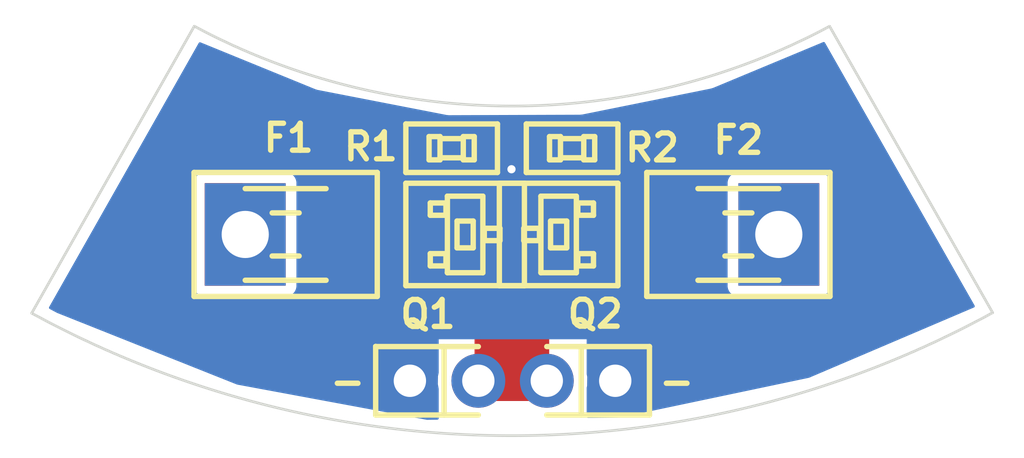
<source format=kicad_pcb>
(kicad_pcb (version 4) (host pcbnew "(2014-08-24 BZR 5093)-product")

  (general
    (links 16)
    (no_connects 0)
    (area 131 94.939999 169.000001 133.000001)
    (thickness 1.6)
    (drawings 8)
    (tracks 35)
    (zones 0)
    (modules 9)
    (nets 9)
  )

  (page A4)
  (title_block
    (title IKEA-Samtid_mood-light)
    (date "24 Aug 2014")
    (rev 0.10.a)
    (company "2014 - blog.spitzenpfeil.org")
  )

  (layers
    (0 F.Cu signal)
    (31 B.Cu signal)
    (34 B.Paste user)
    (35 F.Paste user)
    (36 B.SilkS user)
    (37 F.SilkS user)
    (38 B.Mask user)
    (39 F.Mask user)
    (40 Dwgs.User user)
    (41 Cmts.User user)
    (42 Eco1.User user)
    (44 Edge.Cuts user)
  )

  (setup
    (last_trace_width 0.4064)
    (user_trace_width 0.2032)
    (user_trace_width 0.254)
    (user_trace_width 1.3)
    (user_trace_width 1.5)
    (user_trace_width 2.032)
    (user_trace_width 2.54)
    (trace_clearance 0.2032)
    (zone_clearance 0.4)
    (zone_45_only no)
    (trace_min 0.2032)
    (segment_width 0.1)
    (edge_width 0.1)
    (via_size 0.6096)
    (via_drill 0.3048)
    (via_min_size 0.6096)
    (via_min_drill 0.3048)
    (user_via 0.6096 0.3048)
    (uvia_size 0.508)
    (uvia_drill 0.127)
    (uvias_allowed no)
    (uvia_min_size 0.508)
    (uvia_min_drill 0.127)
    (pcb_text_width 0.2)
    (pcb_text_size 1 1)
    (mod_edge_width 0.2)
    (mod_text_size 1 1)
    (mod_text_width 0.2)
    (pad_size 3 3.8)
    (pad_drill 1.75)
    (pad_to_mask_clearance 0)
    (aux_axis_origin 0 0)
    (visible_elements FFFFFF7F)
    (pcbplotparams
      (layerselection 0x010f0_80000001)
      (usegerberextensions true)
      (excludeedgelayer true)
      (linewidth 0.100000)
      (plotframeref false)
      (viasonmask false)
      (mode 1)
      (useauxorigin false)
      (hpglpennumber 1)
      (hpglpenspeed 20)
      (hpglpendiameter 15)
      (hpglpenoverlay 2)
      (psnegative false)
      (psa4output false)
      (plotreference true)
      (plotvalue true)
      (plotinvisibletext false)
      (padsonsilk false)
      (subtractmaskfromsilk true)
      (outputformat 1)
      (mirror false)
      (drillshape 0)
      (scaleselection 1)
      (outputdirectory gerber_files_input-protection-fix/))
  )

  (net 0 "")
  (net 1 "Net-(F1-Pad2)")
  (net 2 "Net-(F2-Pad2)")
  (net 3 GND)
  (net 4 "Net-(P1-Pad2)")
  (net 5 "Net-(Q1-Pad1)")
  (net 6 "Net-(F1-Pad1)")
  (net 7 "Net-(Q2-Pad1)")
  (net 8 "Net-(F2-Pad1)")

  (net_class Default "This is the default net class."
    (clearance 0.2032)
    (trace_width 0.4064)
    (via_dia 0.6096)
    (via_drill 0.3048)
    (uvia_dia 0.508)
    (uvia_drill 0.127)
    (add_net GND)
    (add_net "Net-(F1-Pad1)")
    (add_net "Net-(F1-Pad2)")
    (add_net "Net-(F2-Pad1)")
    (add_net "Net-(F2-Pad2)")
    (add_net "Net-(P1-Pad2)")
    (add_net "Net-(Q1-Pad1)")
    (add_net "Net-(Q2-Pad1)")
  )

  (net_class power ""
    (clearance 0.2032)
    (trace_width 2.54)
    (via_dia 0.7112)
    (via_drill 0.3048)
    (uvia_dia 0.508)
    (uvia_drill 0.127)
  )

  (net_class signal ""
    (clearance 0.1524)
    (trace_width 0.2032)
    (via_dia 0.6096)
    (via_drill 0.3048)
    (uvia_dia 0.508)
    (uvia_drill 0.127)
  )

  (module SM1812_1206 (layer B.Cu) (tedit 53FA437C) (tstamp 53FA3B50)
    (at 141.6 124.7 180)
    (tags "SMD, 1812, 1206, dual")
    (path /53FA4918)
    (zone_connect 2)
    (attr smd)
    (fp_text reference P2 (at 0 3.3 180) (layer B.SilkS) hide
      (effects (font (size 1 1) (thickness 0.2)) (justify mirror))
    )
    (fp_text value CONN_1 (at 0 -3.6 180) (layer B.SilkS) hide
      (effects (font (size 1 1) (thickness 0.2)) (justify mirror))
    )
    (pad 1 thru_hole rect (at 1.5 0 180) (size 3 3.8) (drill 1.75) (layers *.Cu *.Mask)
      (net 1 "Net-(F1-Pad2)") (zone_connect 2))
  )

  (module SM1812_1206 (layer B.Cu) (tedit 53FA4366) (tstamp 53C40D98)
    (at 158.4 124.7)
    (tags "SMD, 1812, 1206, dual")
    (path /53FA49C7)
    (zone_connect 2)
    (attr smd)
    (fp_text reference P3 (at 0 -3.3) (layer B.SilkS) hide
      (effects (font (size 1 1) (thickness 0.2)) (justify mirror))
    )
    (fp_text value CONN_1 (at 0 -3.6) (layer B.SilkS) hide
      (effects (font (size 1 1) (thickness 0.2)) (justify mirror))
    )
    (pad 1 thru_hole rect (at 1.5 0) (size 3 3.8) (drill 1.75) (layers *.Cu *.Mask)
      (net 2 "Net-(F2-Pad2)") (zone_connect 2))
  )

  (module my_parts:MADW__R0603_2 (layer F.Cu) (tedit 53FA3C4B) (tstamp 53FA7D29)
    (at 152.23 121.5 180)
    (descr RESISTOR)
    (tags RESISTOR)
    (path /53FA60FB)
    (attr smd)
    (fp_text reference R2 (at -2.97 0.02 180) (layer F.SilkS)
      (effects (font (size 1 1) (thickness 0.2)))
    )
    (fp_text value 100k (at 0 2.1 180) (layer F.SilkS) hide
      (effects (font (size 1 1) (thickness 0.2)))
    )
    (fp_line (start -1.7 -0.9) (end 1.7 -0.9) (layer F.SilkS) (width 0.2))
    (fp_line (start 1.7 -0.9) (end 1.7 0.9) (layer F.SilkS) (width 0.2))
    (fp_line (start 1.7 0.9) (end -1.7 0.9) (layer F.SilkS) (width 0.2))
    (fp_line (start -1.7 0.9) (end -1.7 -0.9) (layer F.SilkS) (width 0.2))
    (fp_line (start 0.4318 0.4318) (end 0.8382 0.4318) (layer F.SilkS) (width 0.2))
    (fp_line (start 0.8382 0.4318) (end 0.8382 -0.4318) (layer F.SilkS) (width 0.2))
    (fp_line (start 0.4318 -0.4318) (end 0.8382 -0.4318) (layer F.SilkS) (width 0.2))
    (fp_line (start 0.4318 0.4318) (end 0.4318 -0.4318) (layer F.SilkS) (width 0.2))
    (fp_line (start -0.8382 0.4318) (end -0.4318 0.4318) (layer F.SilkS) (width 0.2))
    (fp_line (start -0.4318 0.4318) (end -0.4318 -0.4318) (layer F.SilkS) (width 0.2))
    (fp_line (start -0.8382 -0.4318) (end -0.4318 -0.4318) (layer F.SilkS) (width 0.2))
    (fp_line (start -0.8382 0.4318) (end -0.8382 -0.4318) (layer F.SilkS) (width 0.2))
    (fp_line (start -0.4318 0.3556) (end 0.4318 0.3556) (layer F.SilkS) (width 0.2))
    (fp_line (start 0.4318 -0.3556) (end -0.4318 -0.3556) (layer F.SilkS) (width 0.2))
    (pad 1 smd rect (at -0.84836 0 180) (size 0.99822 1.09982) (layers F.Cu F.Paste F.Mask)
      (net 7 "Net-(Q2-Pad1)"))
    (pad 2 smd rect (at 0.84836 0 180) (size 0.99822 1.09982) (layers F.Cu F.Paste F.Mask)
      (net 3 GND))
  )

  (module SM1812_1206-dual (layer F.Cu) (tedit 53FA364D) (tstamp 53FA7549)
    (at 158.4 124.7)
    (tags "SMD, 1812, 1206, dual")
    (path /53C34893)
    (attr smd)
    (fp_text reference F2 (at 0 -3.5) (layer F.SilkS)
      (effects (font (size 1 1) (thickness 0.2)))
    )
    (fp_text value 3A-poly (at 0 3.6) (layer F.SilkS) hide
      (effects (font (size 1 1) (thickness 0.2)))
    )
    (fp_line (start -1.5 1.7) (end 1.5 1.7) (layer F.SilkS) (width 0.2))
    (fp_line (start -0.5 0.8) (end 0.5 0.8) (layer F.SilkS) (width 0.2))
    (fp_line (start -0.5 -0.8) (end 0.5 -0.8) (layer F.SilkS) (width 0.2))
    (fp_line (start -1.5 -1.7) (end 1.5 -1.7) (layer F.SilkS) (width 0.2))
    (fp_line (start -2.4 -1.7) (end 2.4 -1.7) (layer Dwgs.User) (width 0.2))
    (fp_line (start 2.4 -1.7) (end 2.4 1.7) (layer Dwgs.User) (width 0.2))
    (fp_line (start 2.4 1.7) (end -2.4 1.7) (layer Dwgs.User) (width 0.2))
    (fp_line (start -2.4 1.7) (end -2.4 -1.7) (layer Dwgs.User) (width 0.2))
    (fp_line (start -3.4 -2.3) (end 3.4 -2.3) (layer F.SilkS) (width 0.2))
    (fp_line (start 3.4 -2.3) (end 3.4 2.3) (layer F.SilkS) (width 0.2))
    (fp_line (start 3.4 2.3) (end -3.4 2.3) (layer F.SilkS) (width 0.2))
    (fp_line (start -3.4 2.3) (end -3.4 -2.3) (layer F.SilkS) (width 0.2))
    (fp_line (start -1.6891 0.8763) (end -0.9525 0.8763) (layer Dwgs.User) (width 0.2))
    (fp_line (start -0.9525 0.8763) (end -0.9525 -0.8763) (layer Dwgs.User) (width 0.2))
    (fp_line (start -1.6891 -0.8763) (end -0.9525 -0.8763) (layer Dwgs.User) (width 0.2))
    (fp_line (start -1.6891 0.8763) (end -1.6891 -0.8763) (layer Dwgs.User) (width 0.2))
    (fp_line (start 0.9525 0.8763) (end 1.6891 0.8763) (layer Dwgs.User) (width 0.2))
    (fp_line (start 1.6891 0.8763) (end 1.6891 -0.8763) (layer Dwgs.User) (width 0.2))
    (fp_line (start 0.9525 -0.8763) (end 1.6891 -0.8763) (layer Dwgs.User) (width 0.2))
    (fp_line (start 0.9525 0.8763) (end 0.9525 -0.8763) (layer Dwgs.User) (width 0.2))
    (fp_line (start 0.9525 0.8128) (end -0.9652 0.8128) (layer Dwgs.User) (width 0.2))
    (fp_line (start 0.9525 -0.8128) (end -0.9652 -0.8128) (layer Dwgs.User) (width 0.2))
    (pad 1 smd rect (at -1.5 0) (size 1.8 1.8) (layers F.Cu F.Paste F.Mask)
      (net 8 "Net-(F2-Pad1)"))
    (pad 2 smd rect (at 1.5 0) (size 1.8 1.8) (layers F.Cu F.Paste F.Mask)
      (net 2 "Net-(F2-Pad2)"))
    (pad 1 smd rect (at -2.3 0) (size 1.4 3.8) (layers F.Cu F.Paste F.Mask)
      (net 8 "Net-(F2-Pad1)"))
    (pad 2 smd rect (at 2.3 0) (size 1.4 3.8) (layers F.Cu F.Paste F.Mask)
      (net 2 "Net-(F2-Pad2)"))
  )

  (module SM1812_1206-dual (layer F.Cu) (tedit 53FA363F) (tstamp 53FA3B6F)
    (at 141.6 124.7 180)
    (tags "SMD, 1812, 1206, dual")
    (path /53C3478B)
    (attr smd)
    (fp_text reference F1 (at -0.11 3.58 180) (layer F.SilkS)
      (effects (font (size 1 1) (thickness 0.2)))
    )
    (fp_text value 3A-poly (at 0 3.6 180) (layer F.SilkS) hide
      (effects (font (size 1 1) (thickness 0.2)))
    )
    (fp_line (start -1.5 1.7) (end 1.5 1.7) (layer F.SilkS) (width 0.2))
    (fp_line (start -0.5 0.8) (end 0.5 0.8) (layer F.SilkS) (width 0.2))
    (fp_line (start -0.5 -0.8) (end 0.5 -0.8) (layer F.SilkS) (width 0.2))
    (fp_line (start -1.5 -1.7) (end 1.5 -1.7) (layer F.SilkS) (width 0.2))
    (fp_line (start -2.4 -1.7) (end 2.4 -1.7) (layer Dwgs.User) (width 0.2))
    (fp_line (start 2.4 -1.7) (end 2.4 1.7) (layer Dwgs.User) (width 0.2))
    (fp_line (start 2.4 1.7) (end -2.4 1.7) (layer Dwgs.User) (width 0.2))
    (fp_line (start -2.4 1.7) (end -2.4 -1.7) (layer Dwgs.User) (width 0.2))
    (fp_line (start -3.4 -2.3) (end 3.4 -2.3) (layer F.SilkS) (width 0.2))
    (fp_line (start 3.4 -2.3) (end 3.4 2.3) (layer F.SilkS) (width 0.2))
    (fp_line (start 3.4 2.3) (end -3.4 2.3) (layer F.SilkS) (width 0.2))
    (fp_line (start -3.4 2.3) (end -3.4 -2.3) (layer F.SilkS) (width 0.2))
    (fp_line (start -1.6891 0.8763) (end -0.9525 0.8763) (layer Dwgs.User) (width 0.2))
    (fp_line (start -0.9525 0.8763) (end -0.9525 -0.8763) (layer Dwgs.User) (width 0.2))
    (fp_line (start -1.6891 -0.8763) (end -0.9525 -0.8763) (layer Dwgs.User) (width 0.2))
    (fp_line (start -1.6891 0.8763) (end -1.6891 -0.8763) (layer Dwgs.User) (width 0.2))
    (fp_line (start 0.9525 0.8763) (end 1.6891 0.8763) (layer Dwgs.User) (width 0.2))
    (fp_line (start 1.6891 0.8763) (end 1.6891 -0.8763) (layer Dwgs.User) (width 0.2))
    (fp_line (start 0.9525 -0.8763) (end 1.6891 -0.8763) (layer Dwgs.User) (width 0.2))
    (fp_line (start 0.9525 0.8763) (end 0.9525 -0.8763) (layer Dwgs.User) (width 0.2))
    (fp_line (start 0.9525 0.8128) (end -0.9652 0.8128) (layer Dwgs.User) (width 0.2))
    (fp_line (start 0.9525 -0.8128) (end -0.9652 -0.8128) (layer Dwgs.User) (width 0.2))
    (pad 1 smd rect (at -1.5 0 180) (size 1.8 1.8) (layers F.Cu F.Paste F.Mask)
      (net 6 "Net-(F1-Pad1)"))
    (pad 2 smd rect (at 1.5 0 180) (size 1.8 1.8) (layers F.Cu F.Paste F.Mask)
      (net 1 "Net-(F1-Pad2)"))
    (pad 1 smd rect (at -2.3 0 180) (size 1.4 3.8) (layers F.Cu F.Paste F.Mask)
      (net 6 "Net-(F1-Pad1)"))
    (pad 2 smd rect (at 2.3 0 180) (size 1.4 3.8) (layers F.Cu F.Paste F.Mask)
      (net 1 "Net-(F1-Pad2)"))
  )

  (module my_parts:MADW__SIL-4 (layer F.Cu) (tedit 53FA3516) (tstamp 53C32088)
    (at 150.02 130.13)
    (tags "CONN DEV")
    (path /53C36DBC)
    (clearance 0.5)
    (zone_connect 2)
    (fp_text reference P1 (at 0 -2.54) (layer F.SilkS) hide
      (effects (font (size 1 1) (thickness 0.2)))
    )
    (fp_text value POWER (at 0.508 -4.826) (layer F.SilkS) hide
      (effects (font (size 1.5 1.5) (thickness 0.25)))
    )
    (fp_line (start -5.08 1.27) (end -1.27 1.27) (layer F.SilkS) (width 0.2))
    (fp_line (start -5.08 -1.27) (end -1.27 -1.27) (layer F.SilkS) (width 0.2))
    (fp_line (start 1.27 1.27) (end 5.08 1.27) (layer F.SilkS) (width 0.2))
    (fp_line (start 1.27 -1.27) (end 5.08 -1.27) (layer F.SilkS) (width 0.2))
    (fp_line (start 5.08 -1.27) (end 5.08 1.27) (layer F.SilkS) (width 0.2))
    (fp_line (start -5.08 1.27) (end -5.08 -1.27) (layer F.SilkS) (width 0.2))
    (fp_line (start -2.54 -1.27) (end -2.54 1.27) (layer F.SilkS) (width 0.2))
    (fp_line (start -5.08 -1.27) (end -5.08 -1.27) (layer F.SilkS) (width 0.2))
    (fp_line (start -5.08 -1.27) (end -5.08 -1.27) (layer F.SilkS) (width 0.2))
    (fp_line (start 2.55 1.27) (end 2.55 -1.27) (layer F.SilkS) (width 0.2))
    (pad 1 thru_hole circle (at -3.81 0) (size 2 2) (drill 1.2) (layers *.Cu *.Mask)
      (net 3 GND) (zone_connect 2))
    (pad 2 thru_hole circle (at -1.27 0) (size 2 2) (drill 1.2) (layers *.Cu *.Mask)
      (net 4 "Net-(P1-Pad2)") (zone_connect 2))
    (pad 3 thru_hole circle (at 1.27 0) (size 2 2) (drill 1.2) (layers *.Cu *.Mask)
      (net 4 "Net-(P1-Pad2)") (zone_connect 2))
    (pad 4 thru_hole circle (at 3.81 0) (size 2 2) (drill 1.2) (layers *.Cu *.Mask)
      (net 3 GND) (zone_connect 2))
  )

  (module my_parts:MADW__SOT23 (layer F.Cu) (tedit 53FA3C71) (tstamp 53FA6D99)
    (at 148.26 124.7 270)
    (descr "SMALL OUTLINE TRANSISTOR")
    (tags "SMALL OUTLINE TRANSISTOR")
    (path /53FA015D)
    (attr smd)
    (fp_text reference Q1 (at 2.96 1.38 360) (layer F.SilkS)
      (effects (font (size 1 1) (thickness 0.2)))
    )
    (fp_text value IRLML6401PbF (at 0 3.2 270) (layer F.SilkS) hide
      (effects (font (size 1 1) (thickness 0.2)))
    )
    (fp_line (start 1.9 -2.2) (end 1.9 2.2) (layer F.SilkS) (width 0.2))
    (fp_line (start 1.9 2.2) (end -1.9 2.2) (layer F.SilkS) (width 0.2))
    (fp_line (start -1.9 2.2) (end -1.9 -2.2) (layer F.SilkS) (width 0.2))
    (fp_line (start -1.9 -2.2) (end 1.9 -2.2) (layer F.SilkS) (width 0.2))
    (fp_line (start -0.2286 -0.7112) (end 0.2286 -0.7112) (layer F.SilkS) (width 0.2))
    (fp_line (start 0.2286 -0.7112) (end 0.2286 -1.29286) (layer F.SilkS) (width 0.2))
    (fp_line (start -0.2286 -1.29286) (end 0.2286 -1.29286) (layer F.SilkS) (width 0.2))
    (fp_line (start -0.2286 -0.7112) (end -0.2286 -1.29286) (layer F.SilkS) (width 0.2))
    (fp_line (start 0.7112 1.29286) (end 1.1684 1.29286) (layer F.SilkS) (width 0.2))
    (fp_line (start 1.1684 1.29286) (end 1.1684 0.7112) (layer F.SilkS) (width 0.2))
    (fp_line (start 0.7112 0.7112) (end 1.1684 0.7112) (layer F.SilkS) (width 0.2))
    (fp_line (start 0.7112 1.29286) (end 0.7112 0.7112) (layer F.SilkS) (width 0.2))
    (fp_line (start -1.1684 1.29286) (end -0.7112 1.29286) (layer F.SilkS) (width 0.2))
    (fp_line (start -0.7112 1.29286) (end -0.7112 0.7112) (layer F.SilkS) (width 0.2))
    (fp_line (start -1.1684 0.7112) (end -0.7112 0.7112) (layer F.SilkS) (width 0.2))
    (fp_line (start -1.1684 1.29286) (end -1.1684 0.7112) (layer F.SilkS) (width 0.2))
    (fp_line (start -0.49784 0.29972) (end 0.49784 0.29972) (layer F.SilkS) (width 0.2))
    (fp_line (start 0.49784 0.29972) (end 0.49784 -0.29972) (layer F.SilkS) (width 0.2))
    (fp_line (start -0.49784 -0.29972) (end 0.49784 -0.29972) (layer F.SilkS) (width 0.2))
    (fp_line (start -0.49784 0.29972) (end -0.49784 -0.29972) (layer F.SilkS) (width 0.2))
    (fp_line (start 1.41986 -0.65786) (end 1.41986 0.65786) (layer F.SilkS) (width 0.2))
    (fp_line (start 1.41986 0.65786) (end -1.41986 0.65786) (layer F.SilkS) (width 0.2))
    (fp_line (start -1.41986 0.65786) (end -1.41986 -0.65786) (layer F.SilkS) (width 0.2))
    (fp_line (start -1.41986 -0.65786) (end 1.41986 -0.65786) (layer F.SilkS) (width 0.2))
    (pad 1 smd rect (at -0.95 1.1 270) (size 1 1.4) (layers F.Cu F.Paste F.Mask)
      (net 5 "Net-(Q1-Pad1)"))
    (pad 2 smd rect (at 0.95 1.1 270) (size 1 1.4) (layers F.Cu F.Paste F.Mask)
      (net 6 "Net-(F1-Pad1)"))
    (pad 3 smd rect (at 0 -1.1 270) (size 1 1.4) (layers F.Cu F.Paste F.Mask)
      (net 4 "Net-(P1-Pad2)"))
  )

  (module my_parts:MADW__SOT23 (layer F.Cu) (tedit 53FA3C80) (tstamp 53FA6DD6)
    (at 151.73 124.7 90)
    (descr "SMALL OUTLINE TRANSISTOR")
    (tags "SMALL OUTLINE TRANSISTOR")
    (path /53FA1783)
    (attr smd)
    (fp_text reference Q2 (at -2.95 1.36 180) (layer F.SilkS)
      (effects (font (size 1 1) (thickness 0.2)))
    )
    (fp_text value IRLML6401PbF (at 0 3.2 90) (layer F.SilkS) hide
      (effects (font (size 1 1) (thickness 0.2)))
    )
    (fp_line (start 1.9 -2.2) (end 1.9 2.2) (layer F.SilkS) (width 0.2))
    (fp_line (start 1.9 2.2) (end -1.9 2.2) (layer F.SilkS) (width 0.2))
    (fp_line (start -1.9 2.2) (end -1.9 -2.2) (layer F.SilkS) (width 0.2))
    (fp_line (start -1.9 -2.2) (end 1.9 -2.2) (layer F.SilkS) (width 0.2))
    (fp_line (start -0.2286 -0.7112) (end 0.2286 -0.7112) (layer F.SilkS) (width 0.2))
    (fp_line (start 0.2286 -0.7112) (end 0.2286 -1.29286) (layer F.SilkS) (width 0.2))
    (fp_line (start -0.2286 -1.29286) (end 0.2286 -1.29286) (layer F.SilkS) (width 0.2))
    (fp_line (start -0.2286 -0.7112) (end -0.2286 -1.29286) (layer F.SilkS) (width 0.2))
    (fp_line (start 0.7112 1.29286) (end 1.1684 1.29286) (layer F.SilkS) (width 0.2))
    (fp_line (start 1.1684 1.29286) (end 1.1684 0.7112) (layer F.SilkS) (width 0.2))
    (fp_line (start 0.7112 0.7112) (end 1.1684 0.7112) (layer F.SilkS) (width 0.2))
    (fp_line (start 0.7112 1.29286) (end 0.7112 0.7112) (layer F.SilkS) (width 0.2))
    (fp_line (start -1.1684 1.29286) (end -0.7112 1.29286) (layer F.SilkS) (width 0.2))
    (fp_line (start -0.7112 1.29286) (end -0.7112 0.7112) (layer F.SilkS) (width 0.2))
    (fp_line (start -1.1684 0.7112) (end -0.7112 0.7112) (layer F.SilkS) (width 0.2))
    (fp_line (start -1.1684 1.29286) (end -1.1684 0.7112) (layer F.SilkS) (width 0.2))
    (fp_line (start -0.49784 0.29972) (end 0.49784 0.29972) (layer F.SilkS) (width 0.2))
    (fp_line (start 0.49784 0.29972) (end 0.49784 -0.29972) (layer F.SilkS) (width 0.2))
    (fp_line (start -0.49784 -0.29972) (end 0.49784 -0.29972) (layer F.SilkS) (width 0.2))
    (fp_line (start -0.49784 0.29972) (end -0.49784 -0.29972) (layer F.SilkS) (width 0.2))
    (fp_line (start 1.41986 -0.65786) (end 1.41986 0.65786) (layer F.SilkS) (width 0.2))
    (fp_line (start 1.41986 0.65786) (end -1.41986 0.65786) (layer F.SilkS) (width 0.2))
    (fp_line (start -1.41986 0.65786) (end -1.41986 -0.65786) (layer F.SilkS) (width 0.2))
    (fp_line (start -1.41986 -0.65786) (end 1.41986 -0.65786) (layer F.SilkS) (width 0.2))
    (pad 1 smd rect (at -0.95 1.1 90) (size 1 1.4) (layers F.Cu F.Paste F.Mask)
      (net 7 "Net-(Q2-Pad1)"))
    (pad 2 smd rect (at 0.95 1.1 90) (size 1 1.4) (layers F.Cu F.Paste F.Mask)
      (net 8 "Net-(F2-Pad1)"))
    (pad 3 smd rect (at 0 -1.1 90) (size 1 1.4) (layers F.Cu F.Paste F.Mask)
      (net 4 "Net-(P1-Pad2)"))
  )

  (module my_parts:MADW__R0603_2 (layer F.Cu) (tedit 53FA3C56) (tstamp 53FA7D02)
    (at 147.76 121.5)
    (descr RESISTOR)
    (tags RESISTOR)
    (path /53FA4260)
    (attr smd)
    (fp_text reference R1 (at -3 -0.06) (layer F.SilkS)
      (effects (font (size 1 1) (thickness 0.2)))
    )
    (fp_text value 100k (at 0 2.1) (layer F.SilkS) hide
      (effects (font (size 1 1) (thickness 0.2)))
    )
    (fp_line (start -1.7 -0.9) (end 1.7 -0.9) (layer F.SilkS) (width 0.2))
    (fp_line (start 1.7 -0.9) (end 1.7 0.9) (layer F.SilkS) (width 0.2))
    (fp_line (start 1.7 0.9) (end -1.7 0.9) (layer F.SilkS) (width 0.2))
    (fp_line (start -1.7 0.9) (end -1.7 -0.9) (layer F.SilkS) (width 0.2))
    (fp_line (start 0.4318 0.4318) (end 0.8382 0.4318) (layer F.SilkS) (width 0.2))
    (fp_line (start 0.8382 0.4318) (end 0.8382 -0.4318) (layer F.SilkS) (width 0.2))
    (fp_line (start 0.4318 -0.4318) (end 0.8382 -0.4318) (layer F.SilkS) (width 0.2))
    (fp_line (start 0.4318 0.4318) (end 0.4318 -0.4318) (layer F.SilkS) (width 0.2))
    (fp_line (start -0.8382 0.4318) (end -0.4318 0.4318) (layer F.SilkS) (width 0.2))
    (fp_line (start -0.4318 0.4318) (end -0.4318 -0.4318) (layer F.SilkS) (width 0.2))
    (fp_line (start -0.8382 -0.4318) (end -0.4318 -0.4318) (layer F.SilkS) (width 0.2))
    (fp_line (start -0.8382 0.4318) (end -0.8382 -0.4318) (layer F.SilkS) (width 0.2))
    (fp_line (start -0.4318 0.3556) (end 0.4318 0.3556) (layer F.SilkS) (width 0.2))
    (fp_line (start 0.4318 -0.3556) (end -0.4318 -0.3556) (layer F.SilkS) (width 0.2))
    (pad 1 smd rect (at -0.84836 0) (size 0.99822 1.09982) (layers F.Cu F.Paste F.Mask)
      (net 5 "Net-(Q1-Pad1)"))
    (pad 2 smd rect (at 0.84836 0) (size 0.99822 1.09982) (layers F.Cu F.Paste F.Mask)
      (net 3 GND))
  )

  (gr_line (start 167.834713 127.603161) (end 132.176547 127.621932) (layer Dwgs.User) (width 0.1) (tstamp 53FA4BB9))
  (gr_line (start 161.782543 116.972545) (end 167.834988 127.603443) (layer Edge.Cuts) (width 0.1))
  (gr_line (start 138.207983 116.975525) (end 161.783917 116.975424) (layer Dwgs.User) (width 0.1))
  (gr_line (start 138.207071 116.975964) (end 132.176547 127.621221) (layer Edge.Cuts) (width 0.1))
  (gr_arc (start 150 95) (end 161.784017 116.974963) (angle 56.42114376) (layer Edge.Cuts) (width 0.1))
  (gr_arc (start 149.99 94.99) (end 167.834698 127.603555) (angle 57.316895) (layer Edge.Cuts) (width 0.1))
  (gr_text - (at 143.9 130.15) (layer F.SilkS) (tstamp 53FA4B57)
    (effects (font (size 1 1) (thickness 0.2)))
  )
  (gr_text - (at 156.11 130.15) (layer F.SilkS)
    (effects (font (size 1 1) (thickness 0.2)))
  )

  (segment (start 149.98 122.28) (end 149.97 122.29) (width 0.4064) (layer B.Cu) (net 3) (tstamp 53FA7E35))
  (segment (start 149.97 122.29) (end 149.97 126.39) (width 0.4064) (layer B.Cu) (net 3) (tstamp 53FA7E36))
  (segment (start 149.97 126.39) (end 151.22 127.64) (width 0.4064) (layer B.Cu) (net 3) (tstamp 53FA7E37))
  (segment (start 151.22 127.64) (end 153.01 127.64) (width 0.4064) (layer B.Cu) (net 3) (tstamp 53FA7E38))
  (segment (start 153.01 127.64) (end 153.83 128.46) (width 0.4064) (layer B.Cu) (net 3) (tstamp 53FA7E39))
  (segment (start 153.83 128.46) (end 153.83 130.13) (width 0.4064) (layer B.Cu) (net 3) (tstamp 53FA7E3A))
  (segment (start 149.97 126.42) (end 148.77 127.62) (width 0.4064) (layer B.Cu) (net 3) (tstamp 53FA7E3D))
  (segment (start 148.77 127.62) (end 147.12 127.62) (width 0.4064) (layer B.Cu) (net 3) (tstamp 53FA7E3E))
  (segment (start 147.12 127.62) (end 146.21 128.53) (width 0.4064) (layer B.Cu) (net 3) (tstamp 53FA7E3F))
  (segment (start 146.21 128.53) (end 146.21 130.13) (width 0.4064) (layer B.Cu) (net 3) (tstamp 53FA7E40))
  (segment (start 149.97 126.39) (end 149.97 126.42) (width 0.4064) (layer B.Cu) (net 3))
  (segment (start 149.98 121.5) (end 151.38164 121.5) (width 0.4064) (layer F.Cu) (net 3) (tstamp 53FA7E31))
  (segment (start 148.60836 121.5) (end 149.98 121.5) (width 0.4064) (layer F.Cu) (net 3))
  (via (at 149.98 122.28) (size 0.6096) (layers F.Cu B.Cu) (net 3))
  (segment (start 149.98 121.5) (end 149.98 122.28) (width 0.4064) (layer F.Cu) (net 3))
  (segment (start 150.63 129.47) (end 151.29 130.13) (width 1.5) (layer F.Cu) (net 4))
  (segment (start 150.63 124.7) (end 150.63 129.47) (width 1.5) (layer F.Cu) (net 4))
  (segment (start 149.36 129.52) (end 148.75 130.13) (width 1.5) (layer F.Cu) (net 4))
  (segment (start 149.36 124.7) (end 149.36 129.52) (width 1.5) (layer F.Cu) (net 4))
  (segment (start 148.75 130.13) (end 151.29 130.13) (width 1.5) (layer F.Cu) (net 4))
  (segment (start 147.16 121.74836) (end 146.91164 121.5) (width 0.4064) (layer F.Cu) (net 5))
  (segment (start 147.16 123.75) (end 147.16 121.74836) (width 0.4064) (layer F.Cu) (net 5))
  (segment (start 144.85 125.65) (end 143.9 124.7) (width 2.032) (layer F.Cu) (net 6))
  (segment (start 147.16 125.65) (end 144.85 125.65) (width 2.032) (layer F.Cu) (net 6))
  (segment (start 152.69147 122.64) (end 153.07836 122.25311) (width 0.2032) (layer F.Cu) (net 7))
  (segment (start 153.07836 122.25311) (end 153.07836 121.5) (width 0.2032) (layer F.Cu) (net 7))
  (segment (start 152.83 125.65) (end 151.9268 125.65) (width 0.2032) (layer F.Cu) (net 7))
  (segment (start 151.9268 125.65) (end 151.73 125.4532) (width 0.2032) (layer F.Cu) (net 7))
  (segment (start 151.73 125.4532) (end 151.73 123.101358) (width 0.2032) (layer F.Cu) (net 7))
  (segment (start 151.73 123.101358) (end 152.191358 122.64) (width 0.2032) (layer F.Cu) (net 7))
  (segment (start 152.191358 122.64) (end 152.69147 122.64) (width 0.2032) (layer F.Cu) (net 7))
  (segment (start 152.83 123.75) (end 153.64 123.75) (width 1.5) (layer F.Cu) (net 8))
  (segment (start 155.274562 124.7) (end 156.1 124.7) (width 2.032) (layer F.Cu) (net 8))
  (segment (start 154.324562 123.75) (end 155.274562 124.7) (width 2.032) (layer F.Cu) (net 8))
  (segment (start 153.64 123.75) (end 154.324562 123.75) (width 2.032) (layer F.Cu) (net 8))

  (zone (net 3) (net_name GND) (layer B.Cu) (tstamp 0) (hatch edge 0.508)
    (connect_pads yes (clearance 0.4))
    (min_thickness 0.1)
    (fill yes (mode segment) (arc_segments 32) (thermal_gap 0.508) (thermal_bridge_width 0.508))
    (polygon
      (pts
        (xy 131 116) (xy 131 133) (xy 169 133) (xy 169 116)
      )
    )
    (filled_polygon
      (pts
        (xy 167.122968 127.363396) (xy 161.85 129.610933) (xy 161.85 126.644321) (xy 161.85 126.555679) (xy 161.85 122.755679)
        (xy 161.832707 122.66874) (xy 161.798785 122.586845) (xy 161.749538 122.513142) (xy 161.686858 122.450462) (xy 161.613155 122.401215)
        (xy 161.53126 122.367293) (xy 161.444321 122.35) (xy 161.355679 122.35) (xy 158.355679 122.35) (xy 158.26874 122.367293)
        (xy 158.186845 122.401215) (xy 158.113142 122.450462) (xy 158.050462 122.513142) (xy 158.001215 122.586845) (xy 157.967293 122.66874)
        (xy 157.95 122.755679) (xy 157.95 122.844321) (xy 157.95 126.644321) (xy 157.967293 126.73126) (xy 158.001215 126.813155)
        (xy 158.050462 126.886858) (xy 158.113142 126.949538) (xy 158.186845 126.998785) (xy 158.26874 127.032707) (xy 158.355679 127.05)
        (xy 158.444321 127.05) (xy 161.444321 127.05) (xy 161.53126 127.032707) (xy 161.613155 126.998785) (xy 161.686858 126.949538)
        (xy 161.749538 126.886858) (xy 161.798785 126.813155) (xy 161.832707 126.73126) (xy 161.85 126.644321) (xy 161.85 129.610933)
        (xy 161.009226 129.969303) (xy 154.005176 131.443441) (xy 152.82 131.457622) (xy 152.82 130.392192) (xy 152.835219 130.325207)
        (xy 152.840067 129.978015) (xy 152.82 129.876669) (xy 152.82 128.54) (xy 147.23 128.54) (xy 147.23 129.825628)
        (xy 147.202206 129.956387) (xy 147.197962 130.260328) (xy 147.23 130.434887) (xy 147.23 131.524509) (xy 146.8482 131.529077)
        (xy 142.05 130.63853) (xy 142.05 126.644321) (xy 142.05 126.555679) (xy 142.05 122.755679) (xy 142.032707 122.66874)
        (xy 141.998785 122.586845) (xy 141.949538 122.513142) (xy 141.886858 122.450462) (xy 141.813155 122.401215) (xy 141.73126 122.367293)
        (xy 141.644321 122.35) (xy 141.555679 122.35) (xy 138.555679 122.35) (xy 138.46874 122.367293) (xy 138.386845 122.401215)
        (xy 138.313142 122.450462) (xy 138.250462 122.513142) (xy 138.201215 122.586845) (xy 138.167293 122.66874) (xy 138.15 122.755679)
        (xy 138.15 122.844321) (xy 138.15 126.644321) (xy 138.167293 126.73126) (xy 138.201215 126.813155) (xy 138.250462 126.886858)
        (xy 138.313142 126.949538) (xy 138.386845 126.998785) (xy 138.46874 127.032707) (xy 138.555679 127.05) (xy 138.644321 127.05)
        (xy 141.644321 127.05) (xy 141.73126 127.032707) (xy 141.813155 126.998785) (xy 141.886858 126.949538) (xy 141.949538 126.886858)
        (xy 141.998785 126.813155) (xy 142.032707 126.73126) (xy 142.05 126.644321) (xy 142.05 130.63853) (xy 139.810897 130.222952)
        (xy 133.141146 127.566785) (xy 132.865096 127.420173) (xy 138.418634 117.616905) (xy 142.688382 119.359155) (xy 142.731831 119.372106)
        (xy 142.775055 119.38565) (xy 142.781887 119.387026) (xy 142.781898 119.38703) (xy 142.781908 119.38703) (xy 147.559015 120.315407)
        (xy 147.604137 120.31967) (xy 147.649183 120.324562) (xy 147.656165 120.324586) (xy 152.522624 120.307402) (xy 152.567714 120.30282)
        (xy 152.612855 120.298869) (xy 152.619707 120.297537) (xy 152.619708 120.297537) (xy 157.390148 119.335446) (xy 157.433517 119.322184)
        (xy 157.477003 119.309549) (xy 157.483456 119.306914) (xy 157.483466 119.306912) (xy 157.483466 119.306911) (xy 157.483474 119.306907)
        (xy 161.568088 117.606452) (xy 167.122968 127.363396)
      )
    )
    (fill_segments
      (pts (xy 161.568088 117.606452) (xy 161.568088 117.606452))
      (pts (xy 138.395778 117.657252) (xy 138.517513 117.657252))
      (pts (xy 161.446063 117.657252) (xy 161.59701 117.657252))
      (pts (xy 138.367 117.708052) (xy 138.642009 117.708052))
      (pts (xy 161.324038 117.708052) (xy 161.625932 117.708052))
      (pts (xy 138.338222 117.758852) (xy 138.766505 117.758852))
      (pts (xy 161.202013 117.758852) (xy 161.654854 117.758852))
      (pts (xy 138.309444 117.809652) (xy 138.891001 117.809652))
      (pts (xy 161.079988 117.809652) (xy 161.683776 117.809652))
      (pts (xy 138.280665 117.860452) (xy 139.015497 117.860452))
      (pts (xy 160.957962 117.860452) (xy 161.712697 117.860452))
      (pts (xy 138.251887 117.911252) (xy 139.139993 117.911252))
      (pts (xy 160.835937 117.911252) (xy 161.741619 117.911252))
      (pts (xy 138.223109 117.962052) (xy 139.264489 117.962052))
      (pts (xy 160.713912 117.962052) (xy 161.770541 117.962052))
      (pts (xy 138.194331 118.012852) (xy 139.388985 118.012852))
      (pts (xy 160.591887 118.012852) (xy 161.799463 118.012852))
      (pts (xy 138.165553 118.063652) (xy 139.513481 118.063652))
      (pts (xy 160.469862 118.063652) (xy 161.828384 118.063652))
      (pts (xy 138.136775 118.114452) (xy 139.637977 118.114452))
      (pts (xy 160.347836 118.114452) (xy 161.857306 118.114452))
      (pts (xy 138.107997 118.165252) (xy 139.762474 118.165252))
      (pts (xy 160.225811 118.165252) (xy 161.886228 118.165252))
      (pts (xy 138.079219 118.216052) (xy 139.88697 118.216052))
      (pts (xy 160.103786 118.216052) (xy 161.91515 118.216052))
      (pts (xy 138.05044 118.266852) (xy 140.011466 118.266852))
      (pts (xy 159.981761 118.266852) (xy 161.944071 118.266852))
      (pts (xy 138.021662 118.317652) (xy 140.135962 118.317652))
      (pts (xy 159.859735 118.317652) (xy 161.972993 118.317652))
      (pts (xy 137.992884 118.368452) (xy 140.260458 118.368452))
      (pts (xy 159.73771 118.368452) (xy 162.001915 118.368452))
      (pts (xy 137.964106 118.419252) (xy 140.384954 118.419252))
      (pts (xy 159.615685 118.419252) (xy 162.030837 118.419252))
      (pts (xy 137.935328 118.470052) (xy 140.50945 118.470052))
      (pts (xy 159.49366 118.470052) (xy 162.059758 118.470052))
      (pts (xy 137.90655 118.520852) (xy 140.633946 118.520852))
      (pts (xy 159.371635 118.520852) (xy 162.08868 118.520852))
      (pts (xy 137.877772 118.571652) (xy 140.758442 118.571652))
      (pts (xy 159.249609 118.571652) (xy 162.117602 118.571652))
      (pts (xy 137.848993 118.622452) (xy 140.882938 118.622452))
      (pts (xy 159.127584 118.622452) (xy 162.146524 118.622452))
      (pts (xy 137.820215 118.673252) (xy 141.007434 118.673252))
      (pts (xy 159.005559 118.673252) (xy 162.175445 118.673252))
      (pts (xy 137.791437 118.724052) (xy 141.13193 118.724052))
      (pts (xy 158.883534 118.724052) (xy 162.204367 118.724052))
      (pts (xy 137.762659 118.774852) (xy 141.256426 118.774852))
      (pts (xy 158.761508 118.774852) (xy 162.233289 118.774852))
      (pts (xy 137.733881 118.825652) (xy 141.380922 118.825652))
      (pts (xy 158.639483 118.825652) (xy 162.262211 118.825652))
      (pts (xy 137.705103 118.876452) (xy 141.505418 118.876452))
      (pts (xy 158.517458 118.876452) (xy 162.291132 118.876452))
      (pts (xy 137.676325 118.927252) (xy 141.629914 118.927252))
      (pts (xy 158.395433 118.927252) (xy 162.320054 118.927252))
      (pts (xy 137.647547 118.978052) (xy 141.75441 118.978052))
      (pts (xy 158.273408 118.978052) (xy 162.348976 118.978052))
      (pts (xy 137.618768 119.028852) (xy 141.878906 119.028852))
      (pts (xy 158.151382 119.028852) (xy 162.377898 119.028852))
      (pts (xy 137.58999 119.079652) (xy 142.003402 119.079652))
      (pts (xy 158.029357 119.079652) (xy 162.406819 119.079652))
      (pts (xy 137.561212 119.130452) (xy 142.127898 119.130452))
      (pts (xy 157.907332 119.130452) (xy 162.435741 119.130452))
      (pts (xy 137.532434 119.181252) (xy 142.252394 119.181252))
      (pts (xy 157.785307 119.181252) (xy 162.464663 119.181252))
      (pts (xy 137.503656 119.232052) (xy 142.37689 119.232052))
      (pts (xy 157.663282 119.232052) (xy 162.493585 119.232052))
      (pts (xy 137.474878 119.282852) (xy 142.501386 119.282852))
      (pts (xy 157.541256 119.282852) (xy 162.522506 119.282852))
      (pts (xy 137.4461 119.333652) (xy 142.625882 119.333652))
      (pts (xy 157.396015 119.333652) (xy 162.551428 119.333652))
      (pts (xy 137.417322 119.384452) (xy 142.771232 119.384452))
      (pts (xy 157.147157 119.384452) (xy 162.58035 119.384452))
      (pts (xy 137.388543 119.435252) (xy 143.030042 119.435252))
      (pts (xy 156.89527 119.435252) (xy 162.609272 119.435252))
      (pts (xy 137.359765 119.486052) (xy 143.291441 119.486052))
      (pts (xy 156.643382 119.486052) (xy 162.638193 119.486052))
      (pts (xy 137.330987 119.536852) (xy 143.552841 119.536852))
      (pts (xy 156.391495 119.536852) (xy 162.667115 119.536852))
      (pts (xy 137.302209 119.587652) (xy 143.81424 119.587652))
      (pts (xy 156.139608 119.587652) (xy 162.696037 119.587652))
      (pts (xy 137.273431 119.638452) (xy 144.075639 119.638452))
      (pts (xy 155.887721 119.638452) (xy 162.724959 119.638452))
      (pts (xy 137.244653 119.689252) (xy 144.337038 119.689252))
      (pts (xy 155.635834 119.689252) (xy 162.75388 119.689252))
      (pts (xy 137.215875 119.740052) (xy 144.598438 119.740052))
      (pts (xy 155.383947 119.740052) (xy 162.782802 119.740052))
      (pts (xy 137.187096 119.790852) (xy 144.859837 119.790852))
      (pts (xy 155.13206 119.790852) (xy 162.811724 119.790852))
      (pts (xy 137.158318 119.841652) (xy 145.121236 119.841652))
      (pts (xy 154.880172 119.841652) (xy 162.840646 119.841652))
      (pts (xy 137.12954 119.892452) (xy 145.382635 119.892452))
      (pts (xy 154.628285 119.892452) (xy 162.869567 119.892452))
      (pts (xy 137.100762 119.943252) (xy 145.644035 119.943252))
      (pts (xy 154.376398 119.943252) (xy 162.898489 119.943252))
      (pts (xy 137.071984 119.994052) (xy 145.905434 119.994052))
      (pts (xy 154.124511 119.994052) (xy 162.927411 119.994052))
      (pts (xy 137.043206 120.044852) (xy 146.166833 120.044852))
      (pts (xy 153.872624 120.044852) (xy 162.956333 120.044852))
      (pts (xy 137.014428 120.095652) (xy 146.428232 120.095652))
      (pts (xy 153.620737 120.095652) (xy 162.985254 120.095652))
      (pts (xy 136.98565 120.146452) (xy 146.689631 120.146452))
      (pts (xy 153.36885 120.146452) (xy 163.014176 120.146452))
      (pts (xy 136.956871 120.197252) (xy 146.951031 120.197252))
      (pts (xy 153.116962 120.197252) (xy 163.043098 120.197252))
      (pts (xy 136.928093 120.248052) (xy 147.21243 120.248052))
      (pts (xy 152.865075 120.248052) (xy 163.07202 120.248052))
      (pts (xy 136.899315 120.298852) (xy 147.473829 120.298852))
      (pts (xy 152.612943 120.298852) (xy 163.100941 120.298852))
      (pts (xy 136.870537 120.349652) (xy 163.129863 120.349652))
      (pts (xy 136.841759 120.400452) (xy 163.158785 120.400452))
      (pts (xy 136.812981 120.451252) (xy 163.187707 120.451252))
      (pts (xy 136.784203 120.502052) (xy 163.216628 120.502052))
      (pts (xy 136.755425 120.552852) (xy 163.24555 120.552852))
      (pts (xy 136.726646 120.603652) (xy 163.274472 120.603652))
      (pts (xy 136.697868 120.654452) (xy 163.303394 120.654452))
      (pts (xy 136.66909 120.705252) (xy 163.332315 120.705252))
      (pts (xy 136.640312 120.756052) (xy 163.361237 120.756052))
      (pts (xy 136.611534 120.806852) (xy 163.390159 120.806852))
      (pts (xy 136.582756 120.857652) (xy 163.419081 120.857652))
      (pts (xy 136.553978 120.908452) (xy 163.448002 120.908452))
      (pts (xy 136.525199 120.959252) (xy 163.476924 120.959252))
      (pts (xy 136.496421 121.010052) (xy 163.505846 121.010052))
      (pts (xy 136.467643 121.060852) (xy 163.534768 121.060852))
      (pts (xy 136.438865 121.111652) (xy 163.563689 121.111652))
      (pts (xy 136.410087 121.162452) (xy 163.592611 121.162452))
      (pts (xy 136.381309 121.213252) (xy 163.621533 121.213252))
      (pts (xy 136.352531 121.264052) (xy 163.650455 121.264052))
      (pts (xy 136.323753 121.314852) (xy 163.679376 121.314852))
      (pts (xy 136.294974 121.365652) (xy 163.708298 121.365652))
      (pts (xy 136.266196 121.416452) (xy 163.73722 121.416452))
      (pts (xy 136.237418 121.467252) (xy 163.766142 121.467252))
      (pts (xy 136.20864 121.518052) (xy 163.795063 121.518052))
      (pts (xy 136.179862 121.568852) (xy 163.823985 121.568852))
      (pts (xy 136.151084 121.619652) (xy 163.852907 121.619652))
      (pts (xy 136.122306 121.670452) (xy 163.881829 121.670452))
      (pts (xy 136.093528 121.721252) (xy 163.91075 121.721252))
      (pts (xy 136.064749 121.772052) (xy 163.939672 121.772052))
      (pts (xy 136.035971 121.822852) (xy 163.968594 121.822852))
      (pts (xy 136.007193 121.873652) (xy 163.997516 121.873652))
      (pts (xy 135.978415 121.924452) (xy 164.026437 121.924452))
      (pts (xy 135.949637 121.975252) (xy 164.055359 121.975252))
      (pts (xy 135.920859 122.026052) (xy 164.084281 122.026052))
      (pts (xy 135.892081 122.076852) (xy 164.113203 122.076852))
      (pts (xy 135.863302 122.127652) (xy 164.142124 122.127652))
      (pts (xy 135.834524 122.178452) (xy 164.171046 122.178452))
      (pts (xy 135.805746 122.229252) (xy 164.199968 122.229252))
      (pts (xy 135.776968 122.280052) (xy 164.22889 122.280052))
      (pts (xy 135.74819 122.330852) (xy 164.257811 122.330852))
      (pts (xy 135.719412 122.381652) (xy 138.434074 122.381652))
      (pts (xy 141.765925 122.381652) (xy 158.234074 122.381652))
      (pts (xy 161.565925 122.381652) (xy 164.286733 122.381652))
      (pts (xy 135.690634 122.432452) (xy 138.340095 122.432452))
      (pts (xy 141.859904 122.432452) (xy 158.140095 122.432452))
      (pts (xy 161.659904 122.432452) (xy 164.315655 122.432452))
      (pts (xy 135.661856 122.483252) (xy 138.280352 122.483252))
      (pts (xy 141.919648 122.483252) (xy 158.080352 122.483252))
      (pts (xy 161.719648 122.483252) (xy 164.344577 122.483252))
      (pts (xy 135.633077 122.534052) (xy 138.23649 122.534052))
      (pts (xy 141.963509 122.534052) (xy 158.03649 122.534052))
      (pts (xy 161.763509 122.534052) (xy 164.373498 122.534052))
      (pts (xy 135.604299 122.584852) (xy 138.202546 122.584852))
      (pts (xy 141.997453 122.584852) (xy 158.002546 122.584852))
      (pts (xy 161.797453 122.584852) (xy 164.40242 122.584852))
      (pts (xy 135.575521 122.635652) (xy 138.180998 122.635652))
      (pts (xy 142.019001 122.635652) (xy 157.980998 122.635652))
      (pts (xy 161.819001 122.635652) (xy 164.431342 122.635652))
      (pts (xy 135.546743 122.686452) (xy 138.163769 122.686452))
      (pts (xy 142.03623 122.686452) (xy 157.963769 122.686452))
      (pts (xy 161.83623 122.686452) (xy 164.460264 122.686452))
      (pts (xy 135.517965 122.737252) (xy 138.153665 122.737252))
      (pts (xy 142.046334 122.737252) (xy 157.953665 122.737252))
      (pts (xy 161.846334 122.737252) (xy 164.489185 122.737252))
      (pts (xy 135.489187 122.788052) (xy 138.15 122.788052))
      (pts (xy 142.05 122.788052) (xy 157.95 122.788052))
      (pts (xy 161.85 122.788052) (xy 164.518107 122.788052))
      (pts (xy 135.460409 122.838852) (xy 138.15 122.838852))
      (pts (xy 142.05 122.838852) (xy 157.95 122.838852))
      (pts (xy 161.85 122.838852) (xy 164.547029 122.838852))
      (pts (xy 135.43163 122.889652) (xy 138.15 122.889652))
      (pts (xy 142.05 122.889652) (xy 157.95 122.889652))
      (pts (xy 161.85 122.889652) (xy 164.575951 122.889652))
      (pts (xy 135.402852 122.940452) (xy 138.15 122.940452))
      (pts (xy 142.05 122.940452) (xy 157.95 122.940452))
      (pts (xy 161.85 122.940452) (xy 164.604872 122.940452))
      (pts (xy 135.374074 122.991252) (xy 138.15 122.991252))
      (pts (xy 142.05 122.991252) (xy 157.95 122.991252))
      (pts (xy 161.85 122.991252) (xy 164.633794 122.991252))
      (pts (xy 135.345296 123.042052) (xy 138.15 123.042052))
      (pts (xy 142.05 123.042052) (xy 157.95 123.042052))
      (pts (xy 161.85 123.042052) (xy 164.662716 123.042052))
      (pts (xy 135.316518 123.092852) (xy 138.15 123.092852))
      (pts (xy 142.05 123.092852) (xy 157.95 123.092852))
      (pts (xy 161.85 123.092852) (xy 164.691638 123.092852))
      (pts (xy 135.28774 123.143652) (xy 138.15 123.143652))
      (pts (xy 142.05 123.143652) (xy 157.95 123.143652))
      (pts (xy 161.85 123.143652) (xy 164.720559 123.143652))
      (pts (xy 135.258962 123.194452) (xy 138.15 123.194452))
      (pts (xy 142.05 123.194452) (xy 157.95 123.194452))
      (pts (xy 161.85 123.194452) (xy 164.749481 123.194452))
      (pts (xy 135.230184 123.245252) (xy 138.15 123.245252))
      (pts (xy 142.05 123.245252) (xy 157.95 123.245252))
      (pts (xy 161.85 123.245252) (xy 164.778403 123.245252))
      (pts (xy 135.201405 123.296052) (xy 138.15 123.296052))
      (pts (xy 142.05 123.296052) (xy 157.95 123.296052))
      (pts (xy 161.85 123.296052) (xy 164.807325 123.296052))
      (pts (xy 135.172627 123.346852) (xy 138.15 123.346852))
      (pts (xy 142.05 123.346852) (xy 157.95 123.346852))
      (pts (xy 161.85 123.346852) (xy 164.836246 123.346852))
      (pts (xy 135.143849 123.397652) (xy 138.15 123.397652))
      (pts (xy 142.05 123.397652) (xy 157.95 123.397652))
      (pts (xy 161.85 123.397652) (xy 164.865168 123.397652))
      (pts (xy 135.115071 123.448452) (xy 138.15 123.448452))
      (pts (xy 142.05 123.448452) (xy 157.95 123.448452))
      (pts (xy 161.85 123.448452) (xy 164.89409 123.448452))
      (pts (xy 135.086293 123.499252) (xy 138.15 123.499252))
      (pts (xy 142.05 123.499252) (xy 157.95 123.499252))
      (pts (xy 161.85 123.499252) (xy 164.923012 123.499252))
      (pts (xy 135.057515 123.550052) (xy 138.15 123.550052))
      (pts (xy 142.05 123.550052) (xy 157.95 123.550052))
      (pts (xy 161.85 123.550052) (xy 164.951933 123.550052))
      (pts (xy 135.028737 123.600852) (xy 138.15 123.600852))
      (pts (xy 142.05 123.600852) (xy 157.95 123.600852))
      (pts (xy 161.85 123.600852) (xy 164.980855 123.600852))
      (pts (xy 134.999959 123.651652) (xy 138.15 123.651652))
      (pts (xy 142.05 123.651652) (xy 157.95 123.651652))
      (pts (xy 161.85 123.651652) (xy 165.009777 123.651652))
      (pts (xy 134.97118 123.702452) (xy 138.15 123.702452))
      (pts (xy 142.05 123.702452) (xy 157.95 123.702452))
      (pts (xy 161.85 123.702452) (xy 165.038699 123.702452))
      (pts (xy 134.942402 123.753252) (xy 138.15 123.753252))
      (pts (xy 142.05 123.753252) (xy 157.95 123.753252))
      (pts (xy 161.85 123.753252) (xy 165.06762 123.753252))
      (pts (xy 134.913624 123.804052) (xy 138.15 123.804052))
      (pts (xy 142.05 123.804052) (xy 157.95 123.804052))
      (pts (xy 161.85 123.804052) (xy 165.096542 123.804052))
      (pts (xy 134.884846 123.854852) (xy 138.15 123.854852))
      (pts (xy 142.05 123.854852) (xy 157.95 123.854852))
      (pts (xy 161.85 123.854852) (xy 165.125464 123.854852))
      (pts (xy 134.856068 123.905652) (xy 138.15 123.905652))
      (pts (xy 142.05 123.905652) (xy 157.95 123.905652))
      (pts (xy 161.85 123.905652) (xy 165.154386 123.905652))
      (pts (xy 134.82729 123.956452) (xy 138.15 123.956452))
      (pts (xy 142.05 123.956452) (xy 157.95 123.956452))
      (pts (xy 161.85 123.956452) (xy 165.183307 123.956452))
      (pts (xy 134.798512 124.007252) (xy 138.15 124.007252))
      (pts (xy 142.05 124.007252) (xy 157.95 124.007252))
      (pts (xy 161.85 124.007252) (xy 165.212229 124.007252))
      (pts (xy 134.769733 124.058052) (xy 138.15 124.058052))
      (pts (xy 142.05 124.058052) (xy 157.95 124.058052))
      (pts (xy 161.85 124.058052) (xy 165.241151 124.058052))
      (pts (xy 134.740955 124.108852) (xy 138.15 124.108852))
      (pts (xy 142.05 124.108852) (xy 157.95 124.108852))
      (pts (xy 161.85 124.108852) (xy 165.270073 124.108852))
      (pts (xy 134.712177 124.159652) (xy 138.15 124.159652))
      (pts (xy 142.05 124.159652) (xy 157.95 124.159652))
      (pts (xy 161.85 124.159652) (xy 165.298994 124.159652))
      (pts (xy 134.683399 124.210452) (xy 138.15 124.210452))
      (pts (xy 142.05 124.210452) (xy 157.95 124.210452))
      (pts (xy 161.85 124.210452) (xy 165.327916 124.210452))
      (pts (xy 134.654621 124.261252) (xy 138.15 124.261252))
      (pts (xy 142.05 124.261252) (xy 157.95 124.261252))
      (pts (xy 161.85 124.261252) (xy 165.356838 124.261252))
      (pts (xy 134.625843 124.312052) (xy 138.15 124.312052))
      (pts (xy 142.05 124.312052) (xy 157.95 124.312052))
      (pts (xy 161.85 124.312052) (xy 165.38576 124.312052))
      (pts (xy 134.597065 124.362852) (xy 138.15 124.362852))
      (pts (xy 142.05 124.362852) (xy 157.95 124.362852))
      (pts (xy 161.85 124.362852) (xy 165.414681 124.362852))
      (pts (xy 134.568287 124.413652) (xy 138.15 124.413652))
      (pts (xy 142.05 124.413652) (xy 157.95 124.413652))
      (pts (xy 161.85 124.413652) (xy 165.443603 124.413652))
      (pts (xy 134.539508 124.464452) (xy 138.15 124.464452))
      (pts (xy 142.05 124.464452) (xy 157.95 124.464452))
      (pts (xy 161.85 124.464452) (xy 165.472525 124.464452))
      (pts (xy 134.51073 124.515252) (xy 138.15 124.515252))
      (pts (xy 142.05 124.515252) (xy 157.95 124.515252))
      (pts (xy 161.85 124.515252) (xy 165.501447 124.515252))
      (pts (xy 134.481952 124.566052) (xy 138.15 124.566052))
      (pts (xy 142.05 124.566052) (xy 157.95 124.566052))
      (pts (xy 161.85 124.566052) (xy 165.530368 124.566052))
      (pts (xy 134.453174 124.616852) (xy 138.15 124.616852))
      (pts (xy 142.05 124.616852) (xy 157.95 124.616852))
      (pts (xy 161.85 124.616852) (xy 165.55929 124.616852))
      (pts (xy 134.424396 124.667652) (xy 138.15 124.667652))
      (pts (xy 142.05 124.667652) (xy 157.95 124.667652))
      (pts (xy 161.85 124.667652) (xy 165.588212 124.667652))
      (pts (xy 134.395618 124.718452) (xy 138.15 124.718452))
      (pts (xy 142.05 124.718452) (xy 157.95 124.718452))
      (pts (xy 161.85 124.718452) (xy 165.617134 124.718452))
      (pts (xy 134.36684 124.769252) (xy 138.15 124.769252))
      (pts (xy 142.05 124.769252) (xy 157.95 124.769252))
      (pts (xy 161.85 124.769252) (xy 165.646055 124.769252))
      (pts (xy 134.338062 124.820052) (xy 138.15 124.820052))
      (pts (xy 142.05 124.820052) (xy 157.95 124.820052))
      (pts (xy 161.85 124.820052) (xy 165.674977 124.820052))
      (pts (xy 134.309283 124.870852) (xy 138.15 124.870852))
      (pts (xy 142.05 124.870852) (xy 157.95 124.870852))
      (pts (xy 161.85 124.870852) (xy 165.703899 124.870852))
      (pts (xy 134.280505 124.921652) (xy 138.15 124.921652))
      (pts (xy 142.05 124.921652) (xy 157.95 124.921652))
      (pts (xy 161.85 124.921652) (xy 165.732821 124.921652))
      (pts (xy 134.251727 124.972452) (xy 138.15 124.972452))
      (pts (xy 142.05 124.972452) (xy 157.95 124.972452))
      (pts (xy 161.85 124.972452) (xy 165.761742 124.972452))
      (pts (xy 134.222949 125.023252) (xy 138.15 125.023252))
      (pts (xy 142.05 125.023252) (xy 157.95 125.023252))
      (pts (xy 161.85 125.023252) (xy 165.790664 125.023252))
      (pts (xy 134.194171 125.074052) (xy 138.15 125.074052))
      (pts (xy 142.05 125.074052) (xy 157.95 125.074052))
      (pts (xy 161.85 125.074052) (xy 165.819586 125.074052))
      (pts (xy 134.165393 125.124852) (xy 138.15 125.124852))
      (pts (xy 142.05 125.124852) (xy 157.95 125.124852))
      (pts (xy 161.85 125.124852) (xy 165.848508 125.124852))
      (pts (xy 134.136615 125.175652) (xy 138.15 125.175652))
      (pts (xy 142.05 125.175652) (xy 157.95 125.175652))
      (pts (xy 161.85 125.175652) (xy 165.877429 125.175652))
      (pts (xy 134.107836 125.226452) (xy 138.15 125.226452))
      (pts (xy 142.05 125.226452) (xy 157.95 125.226452))
      (pts (xy 161.85 125.226452) (xy 165.906351 125.226452))
      (pts (xy 134.079058 125.277252) (xy 138.15 125.277252))
      (pts (xy 142.05 125.277252) (xy 157.95 125.277252))
      (pts (xy 161.85 125.277252) (xy 165.935273 125.277252))
      (pts (xy 134.05028 125.328052) (xy 138.15 125.328052))
      (pts (xy 142.05 125.328052) (xy 157.95 125.328052))
      (pts (xy 161.85 125.328052) (xy 165.964195 125.328052))
      (pts (xy 134.021502 125.378852) (xy 138.15 125.378852))
      (pts (xy 142.05 125.378852) (xy 157.95 125.378852))
      (pts (xy 161.85 125.378852) (xy 165.993116 125.378852))
      (pts (xy 133.992724 125.429652) (xy 138.15 125.429652))
      (pts (xy 142.05 125.429652) (xy 157.95 125.429652))
      (pts (xy 161.85 125.429652) (xy 166.022038 125.429652))
      (pts (xy 133.963946 125.480452) (xy 138.15 125.480452))
      (pts (xy 142.05 125.480452) (xy 157.95 125.480452))
      (pts (xy 161.85 125.480452) (xy 166.05096 125.480452))
      (pts (xy 133.935168 125.531252) (xy 138.15 125.531252))
      (pts (xy 142.05 125.531252) (xy 157.95 125.531252))
      (pts (xy 161.85 125.531252) (xy 166.079882 125.531252))
      (pts (xy 133.90639 125.582052) (xy 138.15 125.582052))
      (pts (xy 142.05 125.582052) (xy 157.95 125.582052))
      (pts (xy 161.85 125.582052) (xy 166.108803 125.582052))
      (pts (xy 133.877611 125.632852) (xy 138.15 125.632852))
      (pts (xy 142.05 125.632852) (xy 157.95 125.632852))
      (pts (xy 161.85 125.632852) (xy 166.137725 125.632852))
      (pts (xy 133.848833 125.683652) (xy 138.15 125.683652))
      (pts (xy 142.05 125.683652) (xy 157.95 125.683652))
      (pts (xy 161.85 125.683652) (xy 166.166647 125.683652))
      (pts (xy 133.820055 125.734452) (xy 138.15 125.734452))
      (pts (xy 142.05 125.734452) (xy 157.95 125.734452))
      (pts (xy 161.85 125.734452) (xy 166.195569 125.734452))
      (pts (xy 133.791277 125.785252) (xy 138.15 125.785252))
      (pts (xy 142.05 125.785252) (xy 157.95 125.785252))
      (pts (xy 161.85 125.785252) (xy 166.22449 125.785252))
      (pts (xy 133.762499 125.836052) (xy 138.15 125.836052))
      (pts (xy 142.05 125.836052) (xy 157.95 125.836052))
      (pts (xy 161.85 125.836052) (xy 166.253412 125.836052))
      (pts (xy 133.733721 125.886852) (xy 138.15 125.886852))
      (pts (xy 142.05 125.886852) (xy 157.95 125.886852))
      (pts (xy 161.85 125.886852) (xy 166.282334 125.886852))
      (pts (xy 133.704943 125.937652) (xy 138.15 125.937652))
      (pts (xy 142.05 125.937652) (xy 157.95 125.937652))
      (pts (xy 161.85 125.937652) (xy 166.311256 125.937652))
      (pts (xy 133.676165 125.988452) (xy 138.15 125.988452))
      (pts (xy 142.05 125.988452) (xy 157.95 125.988452))
      (pts (xy 161.85 125.988452) (xy 166.340177 125.988452))
      (pts (xy 133.647386 126.039252) (xy 138.15 126.039252))
      (pts (xy 142.05 126.039252) (xy 157.95 126.039252))
      (pts (xy 161.85 126.039252) (xy 166.369099 126.039252))
      (pts (xy 133.618608 126.090052) (xy 138.15 126.090052))
      (pts (xy 142.05 126.090052) (xy 157.95 126.090052))
      (pts (xy 161.85 126.090052) (xy 166.398021 126.090052))
      (pts (xy 133.58983 126.140852) (xy 138.15 126.140852))
      (pts (xy 142.05 126.140852) (xy 157.95 126.140852))
      (pts (xy 161.85 126.140852) (xy 166.426943 126.140852))
      (pts (xy 133.561052 126.191652) (xy 138.15 126.191652))
      (pts (xy 142.05 126.191652) (xy 157.95 126.191652))
      (pts (xy 161.85 126.191652) (xy 166.455864 126.191652))
      (pts (xy 133.532274 126.242452) (xy 138.15 126.242452))
      (pts (xy 142.05 126.242452) (xy 157.95 126.242452))
      (pts (xy 161.85 126.242452) (xy 166.484786 126.242452))
      (pts (xy 133.503496 126.293252) (xy 138.15 126.293252))
      (pts (xy 142.05 126.293252) (xy 157.95 126.293252))
      (pts (xy 161.85 126.293252) (xy 166.513708 126.293252))
      (pts (xy 133.474718 126.344052) (xy 138.15 126.344052))
      (pts (xy 142.05 126.344052) (xy 157.95 126.344052))
      (pts (xy 161.85 126.344052) (xy 166.54263 126.344052))
      (pts (xy 133.445939 126.394852) (xy 138.15 126.394852))
      (pts (xy 142.05 126.394852) (xy 157.95 126.394852))
      (pts (xy 161.85 126.394852) (xy 166.571551 126.394852))
      (pts (xy 133.417161 126.445652) (xy 138.15 126.445652))
      (pts (xy 142.05 126.445652) (xy 157.95 126.445652))
      (pts (xy 161.85 126.445652) (xy 166.600473 126.445652))
      (pts (xy 133.388383 126.496452) (xy 138.15 126.496452))
      (pts (xy 142.05 126.496452) (xy 157.95 126.496452))
      (pts (xy 161.85 126.496452) (xy 166.629395 126.496452))
      (pts (xy 133.359605 126.547252) (xy 138.15 126.547252))
      (pts (xy 142.05 126.547252) (xy 157.95 126.547252))
      (pts (xy 161.85 126.547252) (xy 166.658317 126.547252))
      (pts (xy 133.330827 126.598052) (xy 138.15 126.598052))
      (pts (xy 142.05 126.598052) (xy 157.95 126.598052))
      (pts (xy 161.85 126.598052) (xy 166.687238 126.598052))
      (pts (xy 133.302049 126.648852) (xy 138.150902 126.648852))
      (pts (xy 142.049099 126.648852) (xy 142.05 126.648852))
      (pts (xy 142.05 126.648852) (xy 157.950902 126.648852))
      (pts (xy 161.849099 126.648852) (xy 161.85 126.648852))
      (pts (xy 161.85 126.648852) (xy 166.71616 126.648852))
      (pts (xy 133.273271 126.699652) (xy 138.161006 126.699652))
      (pts (xy 142.038995 126.699652) (xy 142.05 126.699652))
      (pts (xy 142.05 126.699652) (xy 157.961006 126.699652))
      (pts (xy 161.838995 126.699652) (xy 161.85 126.699652))
      (pts (xy 161.85 126.699652) (xy 166.745082 126.699652))
      (pts (xy 133.244493 126.750452) (xy 138.175243 126.750452))
      (pts (xy 142.024758 126.750452) (xy 142.05 126.750452))
      (pts (xy 142.05 126.750452) (xy 157.975243 126.750452))
      (pts (xy 161.824758 126.750452) (xy 161.85 126.750452))
      (pts (xy 161.85 126.750452) (xy 166.774004 126.750452))
      (pts (xy 133.215714 126.801252) (xy 138.196285 126.801252))
      (pts (xy 142.003716 126.801252) (xy 142.05 126.801252))
      (pts (xy 142.05 126.801252) (xy 157.996285 126.801252))
      (pts (xy 161.803716 126.801252) (xy 161.85 126.801252))
      (pts (xy 161.85 126.801252) (xy 166.802925 126.801252))
      (pts (xy 133.186936 126.852052) (xy 138.227206 126.852052))
      (pts (xy 141.972795 126.852052) (xy 142.05 126.852052))
      (pts (xy 142.05 126.852052) (xy 158.027206 126.852052))
      (pts (xy 161.772795 126.852052) (xy 161.85 126.852052))
      (pts (xy 161.85 126.852052) (xy 166.831847 126.852052))
      (pts (xy 133.158158 126.902852) (xy 138.266456 126.902852))
      (pts (xy 141.933544 126.902852) (xy 142.05 126.902852))
      (pts (xy 142.05 126.902852) (xy 158.066456 126.902852))
      (pts (xy 161.733544 126.902852) (xy 161.85 126.902852))
      (pts (xy 161.85 126.902852) (xy 166.860769 126.902852))
      (pts (xy 133.12938 126.953652) (xy 138.3193 126.953652))
      (pts (xy 141.880701 126.953652) (xy 142.05 126.953652))
      (pts (xy 142.05 126.953652) (xy 158.1193 126.953652))
      (pts (xy 161.680701 126.953652) (xy 161.85 126.953652))
      (pts (xy 161.85 126.953652) (xy 166.889691 126.953652))
      (pts (xy 133.100602 127.004452) (xy 138.400527 127.004452))
      (pts (xy 141.799474 127.004452) (xy 142.05 127.004452))
      (pts (xy 142.05 127.004452) (xy 158.200527 127.004452))
      (pts (xy 161.599474 127.004452) (xy 161.85 127.004452))
      (pts (xy 161.85 127.004452) (xy 166.918612 127.004452))
      (pts (xy 133.071824 127.055252) (xy 142.05 127.055252))
      (pts (xy 142.05 127.055252) (xy 161.85 127.055252))
      (pts (xy 161.85 127.055252) (xy 166.947534 127.055252))
      (pts (xy 133.043046 127.106052) (xy 142.05 127.106052))
      (pts (xy 142.05 127.106052) (xy 161.85 127.106052))
      (pts (xy 161.85 127.106052) (xy 166.976456 127.106052))
      (pts (xy 133.014267 127.156852) (xy 142.05 127.156852))
      (pts (xy 142.05 127.156852) (xy 161.85 127.156852))
      (pts (xy 161.85 127.156852) (xy 167.005378 127.156852))
      (pts (xy 132.985489 127.207652) (xy 142.05 127.207652))
      (pts (xy 142.05 127.207652) (xy 161.85 127.207652))
      (pts (xy 161.85 127.207652) (xy 167.034299 127.207652))
      (pts (xy 132.956711 127.258452) (xy 142.05 127.258452))
      (pts (xy 142.05 127.258452) (xy 161.85 127.258452))
      (pts (xy 161.85 127.258452) (xy 167.063221 127.258452))
      (pts (xy 132.927933 127.309252) (xy 142.05 127.309252))
      (pts (xy 142.05 127.309252) (xy 161.85 127.309252))
      (pts (xy 161.85 127.309252) (xy 167.092143 127.309252))
      (pts (xy 132.899155 127.360052) (xy 142.05 127.360052))
      (pts (xy 142.05 127.360052) (xy 161.85 127.360052))
      (pts (xy 161.85 127.360052) (xy 167.121065 127.360052))
      (pts (xy 132.870377 127.410852) (xy 142.05 127.410852))
      (pts (xy 142.05 127.410852) (xy 161.85 127.410852))
      (pts (xy 161.85 127.410852) (xy 167.011631 127.410852))
      (pts (xy 132.943195 127.461652) (xy 142.05 127.461652))
      (pts (xy 142.05 127.461652) (xy 161.85 127.461652))
      (pts (xy 161.85 127.461652) (xy 166.892448 127.461652))
      (pts (xy 133.038844 127.512452) (xy 142.05 127.512452))
      (pts (xy 142.05 127.512452) (xy 161.85 127.512452))
      (pts (xy 161.85 127.512452) (xy 166.773266 127.512452))
      (pts (xy 133.134493 127.563252) (xy 142.05 127.563252))
      (pts (xy 142.05 127.563252) (xy 161.85 127.563252))
      (pts (xy 161.85 127.563252) (xy 166.654083 127.563252))
      (pts (xy 133.259835 127.614052) (xy 142.05 127.614052))
      (pts (xy 142.05 127.614052) (xy 161.85 127.614052))
      (pts (xy 161.85 127.614052) (xy 166.534901 127.614052))
      (pts (xy 133.387396 127.664852) (xy 142.05 127.664852))
      (pts (xy 142.05 127.664852) (xy 161.85 127.664852))
      (pts (xy 161.85 127.664852) (xy 166.415719 127.664852))
      (pts (xy 133.514957 127.715652) (xy 142.05 127.715652))
      (pts (xy 142.05 127.715652) (xy 161.85 127.715652))
      (pts (xy 161.85 127.715652) (xy 166.296536 127.715652))
      (pts (xy 133.642518 127.766452) (xy 142.05 127.766452))
      (pts (xy 142.05 127.766452) (xy 161.85 127.766452))
      (pts (xy 161.85 127.766452) (xy 166.177354 127.766452))
      (pts (xy 133.770079 127.817252) (xy 142.05 127.817252))
      (pts (xy 142.05 127.817252) (xy 161.85 127.817252))
      (pts (xy 161.85 127.817252) (xy 166.058172 127.817252))
      (pts (xy 133.89764 127.868052) (xy 142.05 127.868052))
      (pts (xy 142.05 127.868052) (xy 161.85 127.868052))
      (pts (xy 161.85 127.868052) (xy 165.938989 127.868052))
      (pts (xy 134.025201 127.918852) (xy 142.05 127.918852))
      (pts (xy 142.05 127.918852) (xy 161.85 127.918852))
      (pts (xy 161.85 127.918852) (xy 165.819807 127.918852))
      (pts (xy 134.152762 127.969652) (xy 142.05 127.969652))
      (pts (xy 142.05 127.969652) (xy 161.85 127.969652))
      (pts (xy 161.85 127.969652) (xy 165.700625 127.969652))
      (pts (xy 134.280323 128.020452) (xy 142.05 128.020452))
      (pts (xy 142.05 128.020452) (xy 161.85 128.020452))
      (pts (xy 161.85 128.020452) (xy 165.581442 128.020452))
      (pts (xy 134.407884 128.071252) (xy 142.05 128.071252))
      (pts (xy 142.05 128.071252) (xy 161.85 128.071252))
      (pts (xy 161.85 128.071252) (xy 165.46226 128.071252))
      (pts (xy 134.535445 128.122052) (xy 142.05 128.122052))
      (pts (xy 142.05 128.122052) (xy 161.85 128.122052))
      (pts (xy 161.85 128.122052) (xy 165.343077 128.122052))
      (pts (xy 134.663006 128.172852) (xy 142.05 128.172852))
      (pts (xy 142.05 128.172852) (xy 161.85 128.172852))
      (pts (xy 161.85 128.172852) (xy 165.223895 128.172852))
      (pts (xy 134.790567 128.223652) (xy 142.05 128.223652))
      (pts (xy 142.05 128.223652) (xy 161.85 128.223652))
      (pts (xy 161.85 128.223652) (xy 165.104713 128.223652))
      (pts (xy 134.918128 128.274452) (xy 142.05 128.274452))
      (pts (xy 142.05 128.274452) (xy 161.85 128.274452))
      (pts (xy 161.85 128.274452) (xy 164.98553 128.274452))
      (pts (xy 135.045689 128.325252) (xy 142.05 128.325252))
      (pts (xy 142.05 128.325252) (xy 161.85 128.325252))
      (pts (xy 161.85 128.325252) (xy 164.866348 128.325252))
      (pts (xy 135.17325 128.376052) (xy 142.05 128.376052))
      (pts (xy 142.05 128.376052) (xy 161.85 128.376052))
      (pts (xy 161.85 128.376052) (xy 164.747166 128.376052))
      (pts (xy 135.300811 128.426852) (xy 142.05 128.426852))
      (pts (xy 142.05 128.426852) (xy 161.85 128.426852))
      (pts (xy 161.85 128.426852) (xy 164.627983 128.426852))
      (pts (xy 135.428372 128.477652) (xy 142.05 128.477652))
      (pts (xy 142.05 128.477652) (xy 161.85 128.477652))
      (pts (xy 161.85 128.477652) (xy 164.508801 128.477652))
      (pts (xy 135.555933 128.528452) (xy 142.05 128.528452))
      (pts (xy 142.05 128.528452) (xy 161.85 128.528452))
      (pts (xy 161.85 128.528452) (xy 164.389619 128.528452))
      (pts (xy 135.683494 128.579252) (xy 142.05 128.579252))
      (pts (xy 142.05 128.579252) (xy 147.23 128.579252))
      (pts (xy 152.82 128.579252) (xy 161.85 128.579252))
      (pts (xy 161.85 128.579252) (xy 164.270436 128.579252))
      (pts (xy 135.811055 128.630052) (xy 142.05 128.630052))
      (pts (xy 142.05 128.630052) (xy 147.23 128.630052))
      (pts (xy 152.82 128.630052) (xy 161.85 128.630052))
      (pts (xy 161.85 128.630052) (xy 164.151254 128.630052))
      (pts (xy 135.938616 128.680852) (xy 142.05 128.680852))
      (pts (xy 142.05 128.680852) (xy 147.23 128.680852))
      (pts (xy 152.82 128.680852) (xy 161.85 128.680852))
      (pts (xy 161.85 128.680852) (xy 164.032071 128.680852))
      (pts (xy 136.066177 128.731652) (xy 142.05 128.731652))
      (pts (xy 142.05 128.731652) (xy 147.23 128.731652))
      (pts (xy 152.82 128.731652) (xy 161.85 128.731652))
      (pts (xy 161.85 128.731652) (xy 163.912889 128.731652))
      (pts (xy 136.193738 128.782452) (xy 142.05 128.782452))
      (pts (xy 142.05 128.782452) (xy 147.23 128.782452))
      (pts (xy 152.82 128.782452) (xy 161.85 128.782452))
      (pts (xy 161.85 128.782452) (xy 163.793707 128.782452))
      (pts (xy 136.321299 128.833252) (xy 142.05 128.833252))
      (pts (xy 142.05 128.833252) (xy 147.23 128.833252))
      (pts (xy 152.82 128.833252) (xy 161.85 128.833252))
      (pts (xy 161.85 128.833252) (xy 163.674524 128.833252))
      (pts (xy 136.44886 128.884052) (xy 142.05 128.884052))
      (pts (xy 142.05 128.884052) (xy 147.23 128.884052))
      (pts (xy 152.82 128.884052) (xy 161.85 128.884052))
      (pts (xy 161.85 128.884052) (xy 163.555342 128.884052))
      (pts (xy 136.576421 128.934852) (xy 142.05 128.934852))
      (pts (xy 142.05 128.934852) (xy 147.23 128.934852))
      (pts (xy 152.82 128.934852) (xy 161.85 128.934852))
      (pts (xy 161.85 128.934852) (xy 163.43616 128.934852))
      (pts (xy 136.703982 128.985652) (xy 142.05 128.985652))
      (pts (xy 142.05 128.985652) (xy 147.23 128.985652))
      (pts (xy 152.82 128.985652) (xy 161.85 128.985652))
      (pts (xy 161.85 128.985652) (xy 163.316977 128.985652))
      (pts (xy 136.831543 129.036452) (xy 142.05 129.036452))
      (pts (xy 142.05 129.036452) (xy 147.23 129.036452))
      (pts (xy 152.82 129.036452) (xy 161.85 129.036452))
      (pts (xy 161.85 129.036452) (xy 163.197795 129.036452))
      (pts (xy 136.959104 129.087252) (xy 142.05 129.087252))
      (pts (xy 142.05 129.087252) (xy 147.23 129.087252))
      (pts (xy 152.82 129.087252) (xy 161.85 129.087252))
      (pts (xy 161.85 129.087252) (xy 163.078612 129.087252))
      (pts (xy 137.086665 129.138052) (xy 142.05 129.138052))
      (pts (xy 142.05 129.138052) (xy 147.23 129.138052))
      (pts (xy 152.82 129.138052) (xy 161.85 129.138052))
      (pts (xy 161.85 129.138052) (xy 162.95943 129.138052))
      (pts (xy 137.214226 129.188852) (xy 142.05 129.188852))
      (pts (xy 142.05 129.188852) (xy 147.23 129.188852))
      (pts (xy 152.82 129.188852) (xy 161.85 129.188852))
      (pts (xy 161.85 129.188852) (xy 162.840248 129.188852))
      (pts (xy 137.341787 129.239652) (xy 142.05 129.239652))
      (pts (xy 142.05 129.239652) (xy 147.23 129.239652))
      (pts (xy 152.82 129.239652) (xy 161.85 129.239652))
      (pts (xy 161.85 129.239652) (xy 162.721065 129.239652))
      (pts (xy 137.469348 129.290452) (xy 142.05 129.290452))
      (pts (xy 142.05 129.290452) (xy 147.23 129.290452))
      (pts (xy 152.82 129.290452) (xy 161.85 129.290452))
      (pts (xy 161.85 129.290452) (xy 162.601883 129.290452))
      (pts (xy 137.596909 129.341252) (xy 142.05 129.341252))
      (pts (xy 142.05 129.341252) (xy 147.23 129.341252))
      (pts (xy 152.82 129.341252) (xy 161.85 129.341252))
      (pts (xy 161.85 129.341252) (xy 162.482701 129.341252))
      (pts (xy 137.72447 129.392052) (xy 142.05 129.392052))
      (pts (xy 142.05 129.392052) (xy 147.23 129.392052))
      (pts (xy 152.82 129.392052) (xy 161.85 129.392052))
      (pts (xy 161.85 129.392052) (xy 162.363518 129.392052))
      (pts (xy 137.852031 129.442852) (xy 142.05 129.442852))
      (pts (xy 142.05 129.442852) (xy 147.23 129.442852))
      (pts (xy 152.82 129.442852) (xy 161.85 129.442852))
      (pts (xy 161.85 129.442852) (xy 162.244336 129.442852))
      (pts (xy 137.979592 129.493652) (xy 142.05 129.493652))
      (pts (xy 142.05 129.493652) (xy 147.23 129.493652))
      (pts (xy 152.82 129.493652) (xy 161.85 129.493652))
      (pts (xy 161.85 129.493652) (xy 162.125154 129.493652))
      (pts (xy 138.107153 129.544452) (xy 142.05 129.544452))
      (pts (xy 142.05 129.544452) (xy 147.23 129.544452))
      (pts (xy 152.82 129.544452) (xy 161.85 129.544452))
      (pts (xy 161.85 129.544452) (xy 162.005971 129.544452))
      (pts (xy 138.234714 129.595252) (xy 142.05 129.595252))
      (pts (xy 142.05 129.595252) (xy 147.23 129.595252))
      (pts (xy 152.82 129.595252) (xy 161.85 129.595252))
      (pts (xy 161.85 129.595252) (xy 161.886789 129.595252))
      (pts (xy 138.362275 129.646052) (xy 142.05 129.646052))
      (pts (xy 142.05 129.646052) (xy 147.23 129.646052))
      (pts (xy 152.82 129.646052) (xy 161.767607 129.646052))
      (pts (xy 138.489836 129.696852) (xy 142.05 129.696852))
      (pts (xy 142.05 129.696852) (xy 147.23 129.696852))
      (pts (xy 152.82 129.696852) (xy 161.648424 129.696852))
      (pts (xy 138.617398 129.747652) (xy 142.05 129.747652))
      (pts (xy 142.05 129.747652) (xy 147.23 129.747652))
      (pts (xy 152.82 129.747652) (xy 161.529242 129.747652))
      (pts (xy 138.744959 129.798452) (xy 142.05 129.798452))
      (pts (xy 142.05 129.798452) (xy 147.23 129.798452))
      (pts (xy 152.82 129.798452) (xy 161.41006 129.798452))
      (pts (xy 138.87252 129.849252) (xy 142.05 129.849252))
      (pts (xy 142.05 129.849252) (xy 147.224978 129.849252))
      (pts (xy 152.82 129.849252) (xy 161.290878 129.849252))
      (pts (xy 139.000081 129.900052) (xy 142.05 129.900052))
      (pts (xy 142.05 129.900052) (xy 147.21418 129.900052))
      (pts (xy 152.824629 129.900052) (xy 161.171696 129.900052))
      (pts (xy 139.127642 129.950852) (xy 142.05 129.950852))
      (pts (xy 142.05 129.950852) (xy 147.203382 129.950852))
      (pts (xy 152.834688 129.950852) (xy 161.052514 129.950852))
      (pts (xy 139.255203 130.001652) (xy 142.05 130.001652))
      (pts (xy 142.05 130.001652) (xy 147.201573 130.001652))
      (pts (xy 152.839737 130.001652) (xy 160.855526 130.001652))
      (pts (xy 139.382764 130.052452) (xy 142.05 130.052452))
      (pts (xy 142.05 130.052452) (xy 147.200864 130.052452))
      (pts (xy 152.839028 130.052452) (xy 160.614161 130.052452))
      (pts (xy 139.510325 130.103252) (xy 142.05 130.103252))
      (pts (xy 142.05 130.103252) (xy 147.200155 130.103252))
      (pts (xy 152.838319 130.103252) (xy 160.372796 130.103252))
      (pts (xy 139.637886 130.154052) (xy 142.05 130.154052))
      (pts (xy 142.05 130.154052) (xy 147.199445 130.154052))
      (pts (xy 152.837609 130.154052) (xy 160.13143 130.154052))
      (pts (xy 139.765447 130.204852) (xy 142.05 130.204852))
      (pts (xy 142.05 130.204852) (xy 147.198736 130.204852))
      (pts (xy 152.8369 130.204852) (xy 159.890065 130.204852))
      (pts (xy 139.987082 130.255652) (xy 142.05 130.255652))
      (pts (xy 142.05 130.255652) (xy 147.198027 130.255652))
      (pts (xy 152.836191 130.255652) (xy 159.6487 130.255652))
      (pts (xy 140.260788 130.306452) (xy 142.05 130.306452))
      (pts (xy 142.05 130.306452) (xy 147.206428 130.306452))
      (pts (xy 152.835481 130.306452) (xy 159.407334 130.306452))
      (pts (xy 140.534495 130.357252) (xy 142.05 130.357252))
      (pts (xy 142.05 130.357252) (xy 147.215752 130.357252))
      (pts (xy 152.827939 130.357252) (xy 159.165969 130.357252))
      (pts (xy 140.808201 130.408052) (xy 142.05 130.408052))
      (pts (xy 142.05 130.408052) (xy 147.225075 130.408052))
      (pts (xy 152.82 130.408052) (xy 158.924604 130.408052))
      (pts (xy 141.081908 130.458852) (xy 142.05 130.458852))
      (pts (xy 142.05 130.458852) (xy 147.23 130.458852))
      (pts (xy 152.82 130.458852) (xy 158.683239 130.458852))
      (pts (xy 141.355615 130.509652) (xy 142.05 130.509652))
      (pts (xy 142.05 130.509652) (xy 147.23 130.509652))
      (pts (xy 152.82 130.509652) (xy 158.441873 130.509652))
      (pts (xy 141.629321 130.560452) (xy 142.05 130.560452))
      (pts (xy 142.05 130.560452) (xy 147.23 130.560452))
      (pts (xy 152.82 130.560452) (xy 158.200508 130.560452))
      (pts (xy 141.903028 130.611252) (xy 142.05 130.611252))
      (pts (xy 142.05 130.611252) (xy 147.23 130.611252))
      (pts (xy 152.82 130.611252) (xy 157.959143 130.611252))
      (pts (xy 142.176734 130.662052) (xy 147.23 130.662052))
      (pts (xy 152.82 130.662052) (xy 157.717777 130.662052))
      (pts (xy 142.450441 130.712852) (xy 147.23 130.712852))
      (pts (xy 152.82 130.712852) (xy 157.476412 130.712852))
      (pts (xy 142.724147 130.763652) (xy 147.23 130.763652))
      (pts (xy 152.82 130.763652) (xy 157.235047 130.763652))
      (pts (xy 142.997854 130.814452) (xy 147.23 130.814452))
      (pts (xy 152.82 130.814452) (xy 156.993682 130.814452))
      (pts (xy 143.271561 130.865252) (xy 147.23 130.865252))
      (pts (xy 152.82 130.865252) (xy 156.752316 130.865252))
      (pts (xy 143.545267 130.916052) (xy 147.23 130.916052))
      (pts (xy 152.82 130.916052) (xy 156.510951 130.916052))
      (pts (xy 143.818974 130.966852) (xy 147.23 130.966852))
      (pts (xy 152.82 130.966852) (xy 156.269586 130.966852))
      (pts (xy 144.09268 131.017652) (xy 147.23 131.017652))
      (pts (xy 152.82 131.017652) (xy 156.02822 131.017652))
      (pts (xy 144.366387 131.068452) (xy 147.23 131.068452))
      (pts (xy 152.82 131.068452) (xy 155.786855 131.068452))
      (pts (xy 144.640093 131.119252) (xy 147.23 131.119252))
      (pts (xy 152.82 131.119252) (xy 155.54549 131.119252))
      (pts (xy 144.9138 131.170052) (xy 147.23 131.170052))
      (pts (xy 152.82 131.170052) (xy 155.304125 131.170052))
      (pts (xy 145.187506 131.220852) (xy 147.23 131.220852))
      (pts (xy 152.82 131.220852) (xy 155.062759 131.220852))
      (pts (xy 145.461213 131.271652) (xy 147.23 131.271652))
      (pts (xy 152.82 131.271652) (xy 154.821394 131.271652))
      (pts (xy 145.73492 131.322452) (xy 147.23 131.322452))
      (pts (xy 152.82 131.322452) (xy 154.580029 131.322452))
      (pts (xy 146.008626 131.373252) (xy 147.23 131.373252))
      (pts (xy 152.82 131.373252) (xy 154.338663 131.373252))
      (pts (xy 146.282333 131.424052) (xy 147.23 131.424052))
      (pts (xy 152.82 131.424052) (xy 154.097298 131.424052))
      (pts (xy 146.556039 131.474852) (xy 147.23 131.474852))
      (pts (xy 146.829746 131.525652) (xy 147.134466 131.525652))
    )
  )
  (zone (net 0) (net_name "") (layer B.Cu) (tstamp 53FA4BFD) (hatch edge 0.508)
    (connect_pads yes (clearance 0.25))
    (min_thickness 0.1)
    (keepout (tracks allowed) (vias allowed) (copperpour not_allowed))
    (fill yes (arc_segments 32) (thermal_gap 0.508) (thermal_bridge_width 0.508))
    (polygon
      (pts
        (xy 147.48 128.79) (xy 152.57 128.79) (xy 152.57 131.49) (xy 147.48 131.49)
      )
    )
  )
)

</source>
